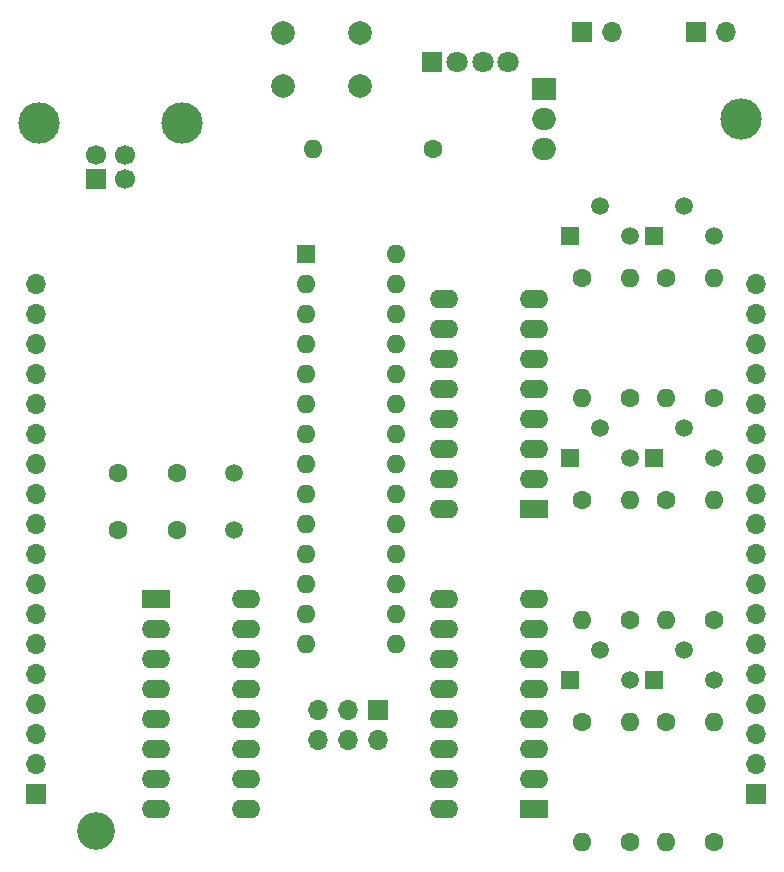
<source format=gbr>
G04 #@! TF.GenerationSoftware,KiCad,Pcbnew,(5.99.0-9618-g5ca7a2c457)*
G04 #@! TF.CreationDate,2021-03-10T23:01:37-05:00*
G04 #@! TF.ProjectId,PCB,5043422e-6b69-4636-9164-5f7063625858,rev?*
G04 #@! TF.SameCoordinates,Original*
G04 #@! TF.FileFunction,Soldermask,Bot*
G04 #@! TF.FilePolarity,Negative*
%FSLAX46Y46*%
G04 Gerber Fmt 4.6, Leading zero omitted, Abs format (unit mm)*
G04 Created by KiCad (PCBNEW (5.99.0-9618-g5ca7a2c457)) date 2021-03-10 23:01:37*
%MOMM*%
%LPD*%
G01*
G04 APERTURE LIST*
%ADD10O,1.700000X1.700000*%
%ADD11R,1.700000X1.700000*%
%ADD12C,1.600000*%
%ADD13O,1.600000X1.600000*%
%ADD14C,1.500000*%
%ADD15R,1.800000X1.800000*%
%ADD16C,1.800000*%
%ADD17C,2.000000*%
%ADD18R,1.600000X1.600000*%
%ADD19R,1.500000X1.500000*%
%ADD20R,2.400000X1.600000*%
%ADD21O,2.400000X1.600000*%
%ADD22C,3.200000*%
%ADD23C,1.700000*%
%ADD24C,3.500000*%
%ADD25O,3.500000X3.500000*%
%ADD26R,2.000000X1.905000*%
%ADD27O,2.000000X1.905000*%
G04 APERTURE END LIST*
D10*
X152908000Y-80264000D03*
D11*
X150368000Y-80264000D03*
D10*
X162560000Y-80264000D03*
D11*
X160020000Y-80264000D03*
X104140000Y-144780000D03*
D10*
X104140000Y-142240000D03*
X104140000Y-139700000D03*
X104140000Y-137160000D03*
X104140000Y-134620000D03*
X104140000Y-132080000D03*
X104140000Y-129540000D03*
X104140000Y-127000000D03*
X104140000Y-124460000D03*
X104140000Y-121920000D03*
X104140000Y-119380000D03*
X104140000Y-116840000D03*
X104140000Y-114300000D03*
X104140000Y-111760000D03*
X104140000Y-109220000D03*
X104140000Y-106680000D03*
X104140000Y-104140000D03*
X104140000Y-101600000D03*
D12*
X150368000Y-101092000D03*
D13*
X150368000Y-111252000D03*
D12*
X157480000Y-138684000D03*
D13*
X157480000Y-148844000D03*
D12*
X111125000Y-117602000D03*
X116125000Y-117602000D03*
X111125000Y-122428000D03*
X116125000Y-122428000D03*
X150368000Y-138684000D03*
D13*
X150368000Y-148844000D03*
D14*
X120904000Y-117602000D03*
X120904000Y-122482000D03*
D12*
X157480000Y-119888000D03*
D13*
X157480000Y-130048000D03*
D12*
X157480000Y-101092000D03*
D13*
X157480000Y-111252000D03*
D15*
X137668000Y-82804000D03*
D16*
X139827000Y-82804000D03*
X141986000Y-82804000D03*
X144145000Y-82804000D03*
D17*
X125072000Y-84836000D03*
X131572000Y-84836000D03*
X125072000Y-80336000D03*
X131572000Y-80336000D03*
D18*
X127000000Y-99060000D03*
D13*
X127000000Y-101600000D03*
X127000000Y-104140000D03*
X127000000Y-106680000D03*
X127000000Y-109220000D03*
X127000000Y-111760000D03*
X127000000Y-114300000D03*
X127000000Y-116840000D03*
X127000000Y-119380000D03*
X127000000Y-121920000D03*
X127000000Y-124460000D03*
X127000000Y-127000000D03*
X127000000Y-129540000D03*
X127000000Y-132080000D03*
X134620000Y-132080000D03*
X134620000Y-129540000D03*
X134620000Y-127000000D03*
X134620000Y-124460000D03*
X134620000Y-121920000D03*
X134620000Y-119380000D03*
X134620000Y-116840000D03*
X134620000Y-114300000D03*
X134620000Y-111760000D03*
X134620000Y-109220000D03*
X134620000Y-106680000D03*
X134620000Y-104140000D03*
X134620000Y-101600000D03*
X134620000Y-99060000D03*
D12*
X137795000Y-90170000D03*
D13*
X127635000Y-90170000D03*
D11*
X133096000Y-137668000D03*
D10*
X133096000Y-140208000D03*
X130556000Y-137668000D03*
X130556000Y-140208000D03*
X128016000Y-137668000D03*
X128016000Y-140208000D03*
D19*
X156464000Y-97536000D03*
D14*
X159004000Y-94996000D03*
X161544000Y-97536000D03*
D19*
X149352000Y-97536000D03*
D14*
X151892000Y-94996000D03*
X154432000Y-97536000D03*
D19*
X149352000Y-116332000D03*
D14*
X151892000Y-113792000D03*
X154432000Y-116332000D03*
D19*
X156464000Y-135128000D03*
D14*
X159004000Y-132588000D03*
X161544000Y-135128000D03*
D19*
X149352000Y-135128000D03*
D14*
X151892000Y-132588000D03*
X154432000Y-135128000D03*
D12*
X161544000Y-111252000D03*
D13*
X161544000Y-101092000D03*
D12*
X154432000Y-111252000D03*
D13*
X154432000Y-101092000D03*
D12*
X161544000Y-130048000D03*
D13*
X161544000Y-119888000D03*
D12*
X154432000Y-130048000D03*
D13*
X154432000Y-119888000D03*
D12*
X154432000Y-148844000D03*
D13*
X154432000Y-138684000D03*
D11*
X165100000Y-144780000D03*
D10*
X165100000Y-142240000D03*
X165100000Y-139700000D03*
X165100000Y-137160000D03*
X165100000Y-134620000D03*
X165100000Y-132080000D03*
X165100000Y-129540000D03*
X165100000Y-127000000D03*
X165100000Y-124460000D03*
X165100000Y-121920000D03*
X165100000Y-119380000D03*
X165100000Y-116840000D03*
X165100000Y-114300000D03*
X165100000Y-111760000D03*
X165100000Y-109220000D03*
X165100000Y-106680000D03*
X165100000Y-104140000D03*
X165100000Y-101600000D03*
D20*
X146304000Y-146050000D03*
D21*
X146304000Y-143510000D03*
X146304000Y-140970000D03*
X146304000Y-138430000D03*
X146304000Y-135890000D03*
X146304000Y-133350000D03*
X146304000Y-130810000D03*
X146304000Y-128270000D03*
X138684000Y-128270000D03*
X138684000Y-130810000D03*
X138684000Y-133350000D03*
X138684000Y-135890000D03*
X138684000Y-138430000D03*
X138684000Y-140970000D03*
X138684000Y-143510000D03*
X138684000Y-146050000D03*
D19*
X156464000Y-116332000D03*
D14*
X159004000Y-113792000D03*
X161544000Y-116332000D03*
D12*
X150368000Y-119888000D03*
D13*
X150368000Y-130048000D03*
D12*
X161544000Y-148844000D03*
D13*
X161544000Y-138684000D03*
D22*
X109220000Y-147955000D03*
D20*
X114300000Y-128270000D03*
D21*
X114300000Y-130810000D03*
X114300000Y-133350000D03*
X114300000Y-135890000D03*
X114300000Y-138430000D03*
X114300000Y-140970000D03*
X114300000Y-143510000D03*
X114300000Y-146050000D03*
X121920000Y-146050000D03*
X121920000Y-143510000D03*
X121920000Y-140970000D03*
X121920000Y-138430000D03*
X121920000Y-135890000D03*
X121920000Y-133350000D03*
X121920000Y-130810000D03*
X121920000Y-128270000D03*
D20*
X146304000Y-120650000D03*
D21*
X146304000Y-118110000D03*
X146304000Y-115570000D03*
X146304000Y-113030000D03*
X146304000Y-110490000D03*
X146304000Y-107950000D03*
X146304000Y-105410000D03*
X146304000Y-102870000D03*
X138684000Y-102870000D03*
X138684000Y-105410000D03*
X138684000Y-107950000D03*
X138684000Y-110490000D03*
X138684000Y-113030000D03*
X138684000Y-115570000D03*
X138684000Y-118110000D03*
X138684000Y-120650000D03*
D11*
X109220000Y-92710000D03*
D23*
X111720000Y-92710000D03*
X111720000Y-90710000D03*
X109220000Y-90710000D03*
D24*
X116490000Y-88000000D03*
X104450000Y-88000000D03*
D25*
X163830000Y-87630000D03*
D26*
X147170000Y-85090000D03*
D27*
X147170000Y-87630000D03*
X147170000Y-90170000D03*
M02*

</source>
